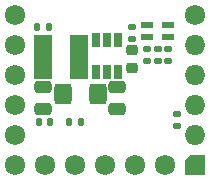
<source format=gbr>
%TF.GenerationSoftware,KiCad,Pcbnew,(6.0.5-0)*%
%TF.CreationDate,2022-06-27T15:29:03+01:00*%
%TF.ProjectId,Generic6,47656e65-7269-4633-962e-6b696361645f,1*%
%TF.SameCoordinates,Original*%
%TF.FileFunction,Soldermask,Bot*%
%TF.FilePolarity,Negative*%
%FSLAX46Y46*%
G04 Gerber Fmt 4.6, Leading zero omitted, Abs format (unit mm)*
G04 Created by KiCad (PCBNEW (6.0.5-0)) date 2022-06-27 15:29:03*
%MOMM*%
%LPD*%
G01*
G04 APERTURE LIST*
G04 Aperture macros list*
%AMRoundRect*
0 Rectangle with rounded corners*
0 $1 Rounding radius*
0 $2 $3 $4 $5 $6 $7 $8 $9 X,Y pos of 4 corners*
0 Add a 4 corners polygon primitive as box body*
4,1,4,$2,$3,$4,$5,$6,$7,$8,$9,$2,$3,0*
0 Add four circle primitives for the rounded corners*
1,1,$1+$1,$2,$3*
1,1,$1+$1,$4,$5*
1,1,$1+$1,$6,$7*
1,1,$1+$1,$8,$9*
0 Add four rect primitives between the rounded corners*
20,1,$1+$1,$2,$3,$4,$5,0*
20,1,$1+$1,$4,$5,$6,$7,0*
20,1,$1+$1,$6,$7,$8,$9,0*
20,1,$1+$1,$8,$9,$2,$3,0*%
%AMFreePoly0*
4,1,14,0.857071,0.857071,0.860000,0.850000,0.860000,-0.850000,0.857071,-0.857071,0.850000,-0.860000,-0.340000,-0.860000,-0.347071,-0.857071,-0.857071,-0.347071,-0.860000,-0.340000,-0.860000,0.850000,-0.857071,0.857071,-0.850000,0.860000,0.850000,0.860000,0.857071,0.857071,0.857071,0.857071,$1*%
G04 Aperture macros list end*
%ADD10C,1.720000*%
%ADD11RoundRect,0.145000X-0.185000X0.135000X-0.185000X-0.135000X0.185000X-0.135000X0.185000X0.135000X0*%
%ADD12RoundRect,0.145000X0.135000X0.185000X-0.135000X0.185000X-0.135000X-0.185000X0.135000X-0.185000X0*%
%ADD13FreePoly0,270.000000*%
%ADD14O,1.720000X1.720000*%
%ADD15RoundRect,0.145000X-0.135000X-0.185000X0.135000X-0.185000X0.135000X0.185000X-0.135000X0.185000X0*%
%ADD16RoundRect,0.010000X-0.425000X-0.250000X0.425000X-0.250000X0.425000X0.250000X-0.425000X0.250000X0*%
%ADD17RoundRect,0.010000X0.300000X-0.550000X0.300000X0.550000X-0.300000X0.550000X-0.300000X-0.550000X0*%
%ADD18RoundRect,0.235000X0.250000X-0.225000X0.250000X0.225000X-0.250000X0.225000X-0.250000X-0.225000X0*%
%ADD19RoundRect,0.259375X0.463125X0.625625X-0.463125X0.625625X-0.463125X-0.625625X0.463125X-0.625625X0*%
%ADD20RoundRect,0.010000X0.712500X-1.850000X0.712500X1.850000X-0.712500X1.850000X-0.712500X-1.850000X0*%
%ADD21RoundRect,0.260000X-0.475000X0.250000X-0.475000X-0.250000X0.475000X-0.250000X0.475000X0.250000X0*%
G04 APERTURE END LIST*
D10*
%TO.C,P2*%
X92710000Y-52070000D03*
%TD*%
D11*
%TO.C,R2*%
X103869502Y-42277704D03*
X103869502Y-43277704D03*
%TD*%
D10*
%TO.C,P8*%
X92710000Y-46990000D03*
%TD*%
%TO.C,P4*%
X97790000Y-52070000D03*
%TD*%
%TO.C,P11*%
X92710000Y-41910000D03*
%TD*%
%TO.C,P10*%
X92710000Y-39370000D03*
%TD*%
%TO.C,P7*%
X107950000Y-39370000D03*
%TD*%
%TO.C,P6*%
X95250000Y-52070000D03*
%TD*%
D12*
%TO.C,C1*%
X98300000Y-48500000D03*
X97300000Y-48500000D03*
%TD*%
D10*
%TO.C,P1*%
X102870000Y-52070000D03*
%TD*%
%TO.C,P12*%
X105410000Y-52070000D03*
%TD*%
D11*
%TO.C,R6*%
X102600000Y-40400000D03*
X102600000Y-41400000D03*
%TD*%
D10*
%TO.C,P3*%
X92710000Y-44450000D03*
%TD*%
D13*
%TO.C,J1*%
X107950000Y-52070000D03*
D14*
X107950000Y-49530000D03*
X107950000Y-46990000D03*
X107950000Y-44450000D03*
X107950000Y-41910000D03*
%TD*%
D11*
%TO.C,R1*%
X104769502Y-42277704D03*
X104769502Y-43277704D03*
%TD*%
%TO.C,R3*%
X105669502Y-42277704D03*
X105669502Y-43277704D03*
%TD*%
D15*
%TO.C,R4*%
X94700000Y-48500000D03*
X95700000Y-48500000D03*
%TD*%
D16*
%TO.C,D1*%
X105644502Y-40277704D03*
X103894502Y-40277704D03*
X103894502Y-41277704D03*
X105644502Y-41277704D03*
%TD*%
D10*
%TO.C,P9*%
X100330000Y-52070000D03*
%TD*%
D11*
%TO.C,C5*%
X106400000Y-47800000D03*
X106400000Y-48800000D03*
%TD*%
D17*
%TO.C,U2*%
X99550000Y-44250000D03*
D18*
X102600000Y-42375000D03*
X102600000Y-43925000D03*
D19*
X99702500Y-46070000D03*
D17*
X99550000Y-41550000D03*
D20*
X98100000Y-42950000D03*
D17*
X101450000Y-44250000D03*
D21*
X101350000Y-45500000D03*
D17*
X100500000Y-44250000D03*
D19*
X96737500Y-46070000D03*
D17*
X100500000Y-41550000D03*
D21*
X101350000Y-47400000D03*
X95100000Y-47400000D03*
X95100000Y-45500000D03*
D20*
X95100000Y-42950000D03*
D17*
X101450000Y-41550000D03*
%TD*%
D10*
%TO.C,P5*%
X92710000Y-49530000D03*
%TD*%
D15*
%TO.C,R5*%
X94600000Y-40400000D03*
X95600000Y-40400000D03*
%TD*%
M02*

</source>
